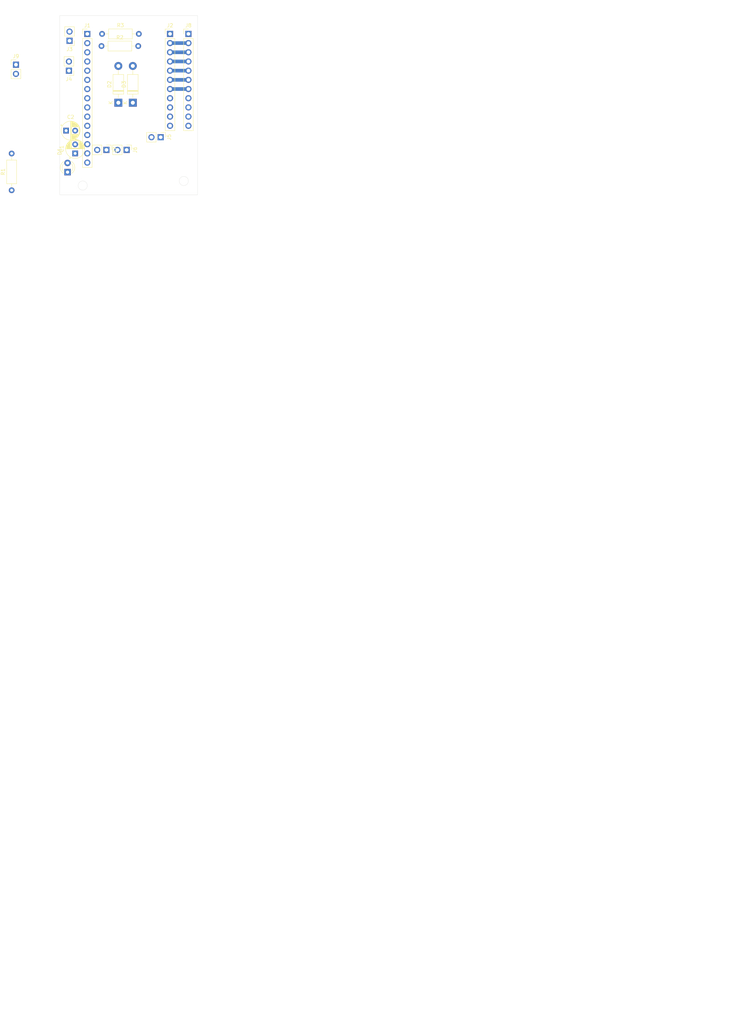
<source format=kicad_pcb>
(kicad_pcb (version 20240108) (generator "pcbnew") (generator_version "8.0")
  (title_block (title "Placa RC Slave Futebol Mini") (date "2024-11-07") (rev "1") (company "UFPA"))
  (layers (0 "F.Cu" signal) (31 "B.Cu" signal) (34 "B.Paste" user) (35 "F.Paste" user) (36 "B.SilkS" user "B.Silkscreen") (37 "F.SilkS" user "F.Silkscreen") (38 "B.Mask" user) (39 "F.Mask" user) (44 "Edge.Cuts" user))
  (net 0 "")
  (net 1 "Net-(D1-K)")
  (net 2 "/VIN")
  (net 3 "GND")
  (net 4 "Net-(D1-A)")
  (net 5 "/D1")
  (net 6 "Net-(D3-A)")
  (net 7 "/H_V")
  (net 10 "/D2")
  (net 14 "Net-(J1-Pin_1)")
  (net 20 "/D6")
  (net 21 "Net-(J2-Pin_5)")
  (net 22 "/D5")
  (net 23 "/VBAT")
  (net 24 "/D8")
  (net 25 "Net-(J2-Pin_6)")
  (net 26 "Net-(J2-Pin_4)")
  (net 28 "/D7")
  (footprint "Diode_THT:D_DO-41_SOD81_P10.16mm_Horizontal" (layer "F.Cu") (at 30.5 34.16 90)
    (property "Reference" "D3" (at 5.08 -2.47 90) (layer "F.SilkS"))
    (property "Value" "1N4004")
    (fp_text user "K" (at 0 -2.1 90) (layer "F.SilkS"))
    (pad "1" thru_hole rect (at 0 0 90) (size 2.2 2.2) (drill 1.1) (layers "*.Cu" "*.Mask" "In1.Cu" "In2.Cu" "In3.Cu" "In4.Cu" "In5.Cu" "In6.Cu" "In7.Cu" "In8.Cu" "In9.Cu" "In10.Cu" "In11.Cu" "In12.Cu" "In13.Cu" "In14.Cu" "In15.Cu" "In16.Cu" "In17.Cu" "In18.Cu" "In19.Cu" "In20.Cu" "In21.Cu" "In22.Cu" "In23.Cu" "In24.Cu" "In25.Cu" "In26.Cu" "In27.Cu" "In28.Cu" "In29.Cu" "In30.Cu") (net 7 "/H_V"))
    (pad "2" thru_hole oval (at 10.16 0 90) (size 2.2 2.2) (drill 1.1) (layers "*.Cu" "*.Mask" "In1.Cu" "In2.Cu" "In3.Cu" "In4.Cu" "In5.Cu" "In6.Cu" "In7.Cu" "In8.Cu" "In9.Cu" "In10.Cu" "In11.Cu" "In12.Cu" "In13.Cu" "In14.Cu" "In15.Cu" "In16.Cu" "In17.Cu" "In18.Cu" "In19.Cu" "In20.Cu" "In21.Cu" "In22.Cu" "In23.Cu" "In24.Cu" "In25.Cu" "In26.Cu" "In27.Cu" "In28.Cu" "In29.Cu" "In30.Cu") (net 6 "Net-(D3-A)"))
  )
  (footprint "Connector_PinHeader_2.54mm:PinHeader_1x11_P2.54mm_Vertical" (layer "F.Cu") (at 40.7924 15.1384)
    (property "Reference" "J2" (at 0 -2.33 0) (layer "F.SilkS"))
    (property "Value" "Conn_01x11_Socket")
    (pad "1" thru_hole rect (at 0 0) (size 1.7 1.7) (drill 1) (layers "*.Cu" "*.Mask" "In1.Cu" "In2.Cu" "In3.Cu" "In4.Cu" "In5.Cu" "In6.Cu" "In7.Cu" "In8.Cu" "In9.Cu" "In10.Cu" "In11.Cu" "In12.Cu" "In13.Cu" "In14.Cu" "In15.Cu" "In16.Cu" "In17.Cu" "In18.Cu" "In19.Cu" "In20.Cu" "In21.Cu" "In22.Cu" "In23.Cu" "In24.Cu" "In25.Cu" "In26.Cu" "In27.Cu" "In28.Cu" "In29.Cu" "In30.Cu"))
    (pad "2" thru_hole oval (at 0 2.54) (size 1.7 1.7) (drill 1) (layers "*.Cu" "*.Mask" "In1.Cu" "In2.Cu" "In3.Cu" "In4.Cu" "In5.Cu" "In6.Cu" "In7.Cu" "In8.Cu" "In9.Cu" "In10.Cu" "In11.Cu" "In12.Cu" "In13.Cu" "In14.Cu" "In15.Cu" "In16.Cu" "In17.Cu" "In18.Cu" "In19.Cu" "In20.Cu" "In21.Cu" "In22.Cu" "In23.Cu" "In24.Cu" "In25.Cu" "In26.Cu" "In27.Cu" "In28.Cu" "In29.Cu" "In30.Cu") (net 5 "/D1"))
    (pad "3" thru_hole oval (at 0 5.08) (size 1.7 1.7) (drill 1) (layers "*.Cu" "*.Mask" "In1.Cu" "In2.Cu" "In3.Cu" "In4.Cu" "In5.Cu" "In6.Cu" "In7.Cu" "In8.Cu" "In9.Cu" "In10.Cu" "In11.Cu" "In12.Cu" "In13.Cu" "In14.Cu" "In15.Cu" "In16.Cu" "In17.Cu" "In18.Cu" "In19.Cu" "In20.Cu" "In21.Cu" "In22.Cu" "In23.Cu" "In24.Cu" "In25.Cu" "In26.Cu" "In27.Cu" "In28.Cu" "In29.Cu" "In30.Cu") (net 10 "/D2"))
    (pad "4" thru_hole oval (at 0 7.62) (size 1.7 1.7) (drill 1) (layers "*.Cu" "*.Mask" "In1.Cu" "In2.Cu" "In3.Cu" "In4.Cu" "In5.Cu" "In6.Cu" "In7.Cu" "In8.Cu" "In9.Cu" "In10.Cu" "In11.Cu" "In12.Cu" "In13.Cu" "In14.Cu" "In15.Cu" "In16.Cu" "In17.Cu" "In18.Cu" "In19.Cu" "In20.Cu" "In21.Cu" "In22.Cu" "In23.Cu" "In24.Cu" "In25.Cu" "In26.Cu" "In27.Cu" "In28.Cu" "In29.Cu" "In30.Cu") (net 26 "Net-(J2-Pin_4)"))
    (pad "5" thru_hole oval (at 0 10.16) (size 1.7 1.7) (drill 1) (layers "*.Cu" "*.Mask" "In1.Cu" "In2.Cu" "In3.Cu" "In4.Cu" "In5.Cu" "In6.Cu" "In7.Cu" "In8.Cu" "In9.Cu" "In10.Cu" "In11.Cu" "In12.Cu" "In13.Cu" "In14.Cu" "In15.Cu" "In16.Cu" "In17.Cu" "In18.Cu" "In19.Cu" "In20.Cu" "In21.Cu" "In22.Cu" "In23.Cu" "In24.Cu" "In25.Cu" "In26.Cu" "In27.Cu" "In28.Cu" "In29.Cu" "In30.Cu") (net 21 "Net-(J2-Pin_5)"))
    (pad "6" thru_hole oval (at 0 12.7) (size 1.7 1.7) (drill 1) (layers "*.Cu" "*.Mask" "In1.Cu" "In2.Cu" "In3.Cu" "In4.Cu" "In5.Cu" "In6.Cu" "In7.Cu" "In8.Cu" "In9.Cu" "In10.Cu" "In11.Cu" "In12.Cu" "In13.Cu" "In14.Cu" "In15.Cu" "In16.Cu" "In17.Cu" "In18.Cu" "In19.Cu" "In20.Cu" "In21.Cu" "In22.Cu" "In23.Cu" "In24.Cu" "In25.Cu" "In26.Cu" "In27.Cu" "In28.Cu" "In29.Cu" "In30.Cu") (net 25 "Net-(J2-Pin_6)"))
    (pad "7" thru_hole oval (at 0 15.24) (size 1.7 1.7) (drill 1) (layers "*.Cu" "*.Mask" "In1.Cu" "In2.Cu" "In3.Cu" "In4.Cu" "In5.Cu" "In6.Cu" "In7.Cu" "In8.Cu" "In9.Cu" "In10.Cu" "In11.Cu" "In12.Cu" "In13.Cu" "In14.Cu" "In15.Cu" "In16.Cu" "In17.Cu" "In18.Cu" "In19.Cu" "In20.Cu" "In21.Cu" "In22.Cu" "In23.Cu" "In24.Cu" "In25.Cu" "In26.Cu" "In27.Cu" "In28.Cu" "In29.Cu" "In30.Cu") (net 3 "GND"))
    (pad "8" thru_hole oval (at 0 17.78) (size 1.7 1.7) (drill 1) (layers "*.Cu" "*.Mask" "In1.Cu" "In2.Cu" "In3.Cu" "In4.Cu" "In5.Cu" "In6.Cu" "In7.Cu" "In8.Cu" "In9.Cu" "In10.Cu" "In11.Cu" "In12.Cu" "In13.Cu" "In14.Cu" "In15.Cu" "In16.Cu" "In17.Cu" "In18.Cu" "In19.Cu" "In20.Cu" "In21.Cu" "In22.Cu" "In23.Cu" "In24.Cu" "In25.Cu" "In26.Cu" "In27.Cu" "In28.Cu" "In29.Cu" "In30.Cu") (net 22 "/D5"))
    (pad "9" thru_hole oval (at 0 20.32) (size 1.7 1.7) (drill 1) (layers "*.Cu" "*.Mask" "In1.Cu" "In2.Cu" "In3.Cu" "In4.Cu" "In5.Cu" "In6.Cu" "In7.Cu" "In8.Cu" "In9.Cu" "In10.Cu" "In11.Cu" "In12.Cu" "In13.Cu" "In14.Cu" "In15.Cu" "In16.Cu" "In17.Cu" "In18.Cu" "In19.Cu" "In20.Cu" "In21.Cu" "In22.Cu" "In23.Cu" "In24.Cu" "In25.Cu" "In26.Cu" "In27.Cu" "In28.Cu" "In29.Cu" "In30.Cu") (net 20 "/D6"))
    (pad "10" thru_hole oval (at 0 22.86) (size 1.7 1.7) (drill 1) (layers "*.Cu" "*.Mask" "In1.Cu" "In2.Cu" "In3.Cu" "In4.Cu" "In5.Cu" "In6.Cu" "In7.Cu" "In8.Cu" "In9.Cu" "In10.Cu" "In11.Cu" "In12.Cu" "In13.Cu" "In14.Cu" "In15.Cu" "In16.Cu" "In17.Cu" "In18.Cu" "In19.Cu" "In20.Cu" "In21.Cu" "In22.Cu" "In23.Cu" "In24.Cu" "In25.Cu" "In26.Cu" "In27.Cu" "In28.Cu" "In29.Cu" "In30.Cu") (net 28 "/D7"))
    (pad "11" thru_hole oval (at 0 25.4) (size 1.7 1.7) (drill 1) (layers "*.Cu" "*.Mask" "In1.Cu" "In2.Cu" "In3.Cu" "In4.Cu" "In5.Cu" "In6.Cu" "In7.Cu" "In8.Cu" "In9.Cu" "In10.Cu" "In11.Cu" "In12.Cu" "In13.Cu" "In14.Cu" "In15.Cu" "In16.Cu" "In17.Cu" "In18.Cu" "In19.Cu" "In20.Cu" "In21.Cu" "In22.Cu" "In23.Cu" "In24.Cu" "In25.Cu" "In26.Cu" "In27.Cu" "In28.Cu" "In29.Cu" "In30.Cu") (net 24 "/D8"))
  )
  (footprint "Connector_PinHeader_2.54mm:PinHeader_1x15_P2.54mm_Vertical" (layer "F.Cu") (at 17.92 15.15)
    (property "Reference" "J1" (at 0 -2.33 0) (layer "F.SilkS"))
    (property "Value" "Conn_01x15_Socket")
    (pad "1" thru_hole rect (at 0 0) (size 1.7 1.7) (drill 1) (layers "*.Cu" "*.Mask" "In1.Cu" "In2.Cu" "In3.Cu" "In4.Cu" "In5.Cu" "In6.Cu" "In7.Cu" "In8.Cu" "In9.Cu" "In10.Cu" "In11.Cu" "In12.Cu" "In13.Cu" "In14.Cu" "In15.Cu" "In16.Cu" "In17.Cu" "In18.Cu" "In19.Cu" "In20.Cu" "In21.Cu" "In22.Cu" "In23.Cu" "In24.Cu" "In25.Cu" "In26.Cu" "In27.Cu" "In28.Cu" "In29.Cu" "In30.Cu") (net 14 "Net-(J1-Pin_1)"))
    (pad "2" thru_hole oval (at 0 2.54) (size 1.7 1.7) (drill 1) (layers "*.Cu" "*.Mask" "In1.Cu" "In2.Cu" "In3.Cu" "In4.Cu" "In5.Cu" "In6.Cu" "In7.Cu" "In8.Cu" "In9.Cu" "In10.Cu" "In11.Cu" "In12.Cu" "In13.Cu" "In14.Cu" "In15.Cu" "In16.Cu" "In17.Cu" "In18.Cu" "In19.Cu" "In20.Cu" "In21.Cu" "In22.Cu" "In23.Cu" "In24.Cu" "In25.Cu" "In26.Cu" "In27.Cu" "In28.Cu" "In29.Cu" "In30.Cu") (net 3 "GND"))
    (pad "3" thru_hole oval (at 0 5.08) (size 1.7 1.7) (drill 1) (layers "*.Cu" "*.Mask" "In1.Cu" "In2.Cu" "In3.Cu" "In4.Cu" "In5.Cu" "In6.Cu" "In7.Cu" "In8.Cu" "In9.Cu" "In10.Cu" "In11.Cu" "In12.Cu" "In13.Cu" "In14.Cu" "In15.Cu" "In16.Cu" "In17.Cu" "In18.Cu" "In19.Cu" "In20.Cu" "In21.Cu" "In22.Cu" "In23.Cu" "In24.Cu" "In25.Cu" "In26.Cu" "In27.Cu" "In28.Cu" "In29.Cu" "In30.Cu"))
    (pad "4" thru_hole oval (at 0 7.62) (size 1.7 1.7) (drill 1) (layers "*.Cu" "*.Mask" "In1.Cu" "In2.Cu" "In3.Cu" "In4.Cu" "In5.Cu" "In6.Cu" "In7.Cu" "In8.Cu" "In9.Cu" "In10.Cu" "In11.Cu" "In12.Cu" "In13.Cu" "In14.Cu" "In15.Cu" "In16.Cu" "In17.Cu" "In18.Cu" "In19.Cu" "In20.Cu" "In21.Cu" "In22.Cu" "In23.Cu" "In24.Cu" "In25.Cu" "In26.Cu" "In27.Cu" "In28.Cu" "In29.Cu" "In30.Cu"))
    (pad "5" thru_hole oval (at 0 10.16) (size 1.7 1.7) (drill 1) (layers "*.Cu" "*.Mask" "In1.Cu" "In2.Cu" "In3.Cu" "In4.Cu" "In5.Cu" "In6.Cu" "In7.Cu" "In8.Cu" "In9.Cu" "In10.Cu" "In11.Cu" "In12.Cu" "In13.Cu" "In14.Cu" "In15.Cu" "In16.Cu" "In17.Cu" "In18.Cu" "In19.Cu" "In20.Cu" "In21.Cu" "In22.Cu" "In23.Cu" "In24.Cu" "In25.Cu" "In26.Cu" "In27.Cu" "In28.Cu" "In29.Cu" "In30.Cu"))
    (pad "6" thru_hole oval (at 0 12.7) (size 1.7 1.7) (drill 1) (layers "*.Cu" "*.Mask" "In1.Cu" "In2.Cu" "In3.Cu" "In4.Cu" "In5.Cu" "In6.Cu" "In7.Cu" "In8.Cu" "In9.Cu" "In10.Cu" "In11.Cu" "In12.Cu" "In13.Cu" "In14.Cu" "In15.Cu" "In16.Cu" "In17.Cu" "In18.Cu" "In19.Cu" "In20.Cu" "In21.Cu" "In22.Cu" "In23.Cu" "In24.Cu" "In25.Cu" "In26.Cu" "In27.Cu" "In28.Cu" "In29.Cu" "In30.Cu"))
    (pad "7" thru_hole oval (at 0 15.24) (size 1.7 1.7) (drill 1) (layers "*.Cu" "*.Mask" "In1.Cu" "In2.Cu" "In3.Cu" "In4.Cu" "In5.Cu" "In6.Cu" "In7.Cu" "In8.Cu" "In9.Cu" "In10.Cu" "In11.Cu" "In12.Cu" "In13.Cu" "In14.Cu" "In15.Cu" "In16.Cu" "In17.Cu" "In18.Cu" "In19.Cu" "In20.Cu" "In21.Cu" "In22.Cu" "In23.Cu" "In24.Cu" "In25.Cu" "In26.Cu" "In27.Cu" "In28.Cu" "In29.Cu" "In30.Cu"))
    (pad "8" thru_hole oval (at 0 17.78) (size 1.7 1.7) (drill 1) (layers "*.Cu" "*.Mask" "In1.Cu" "In2.Cu" "In3.Cu" "In4.Cu" "In5.Cu" "In6.Cu" "In7.Cu" "In8.Cu" "In9.Cu" "In10.Cu" "In11.Cu" "In12.Cu" "In13.Cu" "In14.Cu" "In15.Cu" "In16.Cu" "In17.Cu" "In18.Cu" "In19.Cu" "In20.Cu" "In21.Cu" "In22.Cu" "In23.Cu" "In24.Cu" "In25.Cu" "In26.Cu" "In27.Cu" "In28.Cu" "In29.Cu" "In30.Cu"))
    (pad "9" thru_hole oval (at 0 20.32) (size 1.7 1.7) (drill 1) (layers "*.Cu" "*.Mask" "In1.Cu" "In2.Cu" "In3.Cu" "In4.Cu" "In5.Cu" "In6.Cu" "In7.Cu" "In8.Cu" "In9.Cu" "In10.Cu" "In11.Cu" "In12.Cu" "In13.Cu" "In14.Cu" "In15.Cu" "In16.Cu" "In17.Cu" "In18.Cu" "In19.Cu" "In20.Cu" "In21.Cu" "In22.Cu" "In23.Cu" "In24.Cu" "In25.Cu" "In26.Cu" "In27.Cu" "In28.Cu" "In29.Cu" "In30.Cu"))
    (pad "10" thru_hole oval (at 0 22.86) (size 1.7 1.7) (drill 1) (layers "*.Cu" "*.Mask" "In1.Cu" "In2.Cu" "In3.Cu" "In4.Cu" "In5.Cu" "In6.Cu" "In7.Cu" "In8.Cu" "In9.Cu" "In10.Cu" "In11.Cu" "In12.Cu" "In13.Cu" "In14.Cu" "In15.Cu" "In16.Cu" "In17.Cu" "In18.Cu" "In19.Cu" "In20.Cu" "In21.Cu" "In22.Cu" "In23.Cu" "In24.Cu" "In25.Cu" "In26.Cu" "In27.Cu" "In28.Cu" "In29.Cu" "In30.Cu") (net 3 "GND"))
    (pad "11" thru_hole oval (at 0 25.4) (size 1.7 1.7) (drill 1) (layers "*.Cu" "*.Mask" "In1.Cu" "In2.Cu" "In3.Cu" "In4.Cu" "In5.Cu" "In6.Cu" "In7.Cu" "In8.Cu" "In9.Cu" "In10.Cu" "In11.Cu" "In12.Cu" "In13.Cu" "In14.Cu" "In15.Cu" "In16.Cu" "In17.Cu" "In18.Cu" "In19.Cu" "In20.Cu" "In21.Cu" "In22.Cu" "In23.Cu" "In24.Cu" "In25.Cu" "In26.Cu" "In27.Cu" "In28.Cu" "In29.Cu" "In30.Cu"))
    (pad "12" thru_hole oval (at 0 27.94) (size 1.7 1.7) (drill 1) (layers "*.Cu" "*.Mask" "In1.Cu" "In2.Cu" "In3.Cu" "In4.Cu" "In5.Cu" "In6.Cu" "In7.Cu" "In8.Cu" "In9.Cu" "In10.Cu" "In11.Cu" "In12.Cu" "In13.Cu" "In14.Cu" "In15.Cu" "In16.Cu" "In17.Cu" "In18.Cu" "In19.Cu" "In20.Cu" "In21.Cu" "In22.Cu" "In23.Cu" "In24.Cu" "In25.Cu" "In26.Cu" "In27.Cu" "In28.Cu" "In29.Cu" "In30.Cu"))
    (pad "13" thru_hole oval (at 0 30.48) (size 1.7 1.7) (drill 1) (layers "*.Cu" "*.Mask" "In1.Cu" "In2.Cu" "In3.Cu" "In4.Cu" "In5.Cu" "In6.Cu" "In7.Cu" "In8.Cu" "In9.Cu" "In10.Cu" "In11.Cu" "In12.Cu" "In13.Cu" "In14.Cu" "In15.Cu" "In16.Cu" "In17.Cu" "In18.Cu" "In19.Cu" "In20.Cu" "In21.Cu" "In22.Cu" "In23.Cu" "In24.Cu" "In25.Cu" "In26.Cu" "In27.Cu" "In28.Cu" "In29.Cu" "In30.Cu"))
    (pad "14" thru_hole oval (at 0 33.02) (size 1.7 1.7) (drill 1) (layers "*.Cu" "*.Mask" "In1.Cu" "In2.Cu" "In3.Cu" "In4.Cu" "In5.Cu" "In6.Cu" "In7.Cu" "In8.Cu" "In9.Cu" "In10.Cu" "In11.Cu" "In12.Cu" "In13.Cu" "In14.Cu" "In15.Cu" "In16.Cu" "In17.Cu" "In18.Cu" "In19.Cu" "In20.Cu" "In21.Cu" "In22.Cu" "In23.Cu" "In24.Cu" "In25.Cu" "In26.Cu" "In27.Cu" "In28.Cu" "In29.Cu" "In30.Cu") (net 3 "GND"))
    (pad "15" thru_hole oval (at 0 35.56) (size 1.7 1.7) (drill 1) (layers "*.Cu" "*.Mask" "In1.Cu" "In2.Cu" "In3.Cu" "In4.Cu" "In5.Cu" "In6.Cu" "In7.Cu" "In8.Cu" "In9.Cu" "In10.Cu" "In11.Cu" "In12.Cu" "In13.Cu" "In14.Cu" "In15.Cu" "In16.Cu" "In17.Cu" "In18.Cu" "In19.Cu" "In20.Cu" "In21.Cu" "In22.Cu" "In23.Cu" "In24.Cu" "In25.Cu" "In26.Cu" "In27.Cu" "In28.Cu" "In29.Cu" "In30.Cu") (net 4 "Net-(D1-A)"))
  )
  (footprint "Connector_PinHeader_2.54mm:PinHeader_1x02_P2.54mm_Vertical" (layer "F.Cu") (at 12.84 25.31 180)
    (property "Reference" "J4" (at 0 -2.33 0) (layer "F.SilkS"))
    (property "Value" "PWR_SW")
    (pad "1" thru_hole rect (at 0 0 180) (size 1.7 1.7) (drill 1) (layers "*.Cu" "*.Mask" "In1.Cu" "In2.Cu" "In3.Cu" "In4.Cu" "In5.Cu" "In6.Cu" "In7.Cu" "In8.Cu" "In9.Cu" "In10.Cu" "In11.Cu" "In12.Cu" "In13.Cu" "In14.Cu" "In15.Cu" "In16.Cu" "In17.Cu" "In18.Cu" "In19.Cu" "In20.Cu" "In21.Cu" "In22.Cu" "In23.Cu" "In24.Cu" "In25.Cu" "In26.Cu" "In27.Cu" "In28.Cu" "In29.Cu" "In30.Cu") (net 2 "/VIN"))
    (pad "2" thru_hole oval (at 0 2.54 180) (size 1.7 1.7) (drill 1) (layers "*.Cu" "*.Mask" "In1.Cu" "In2.Cu" "In3.Cu" "In4.Cu" "In5.Cu" "In6.Cu" "In7.Cu" "In8.Cu" "In9.Cu" "In10.Cu" "In11.Cu" "In12.Cu" "In13.Cu" "In14.Cu" "In15.Cu" "In16.Cu" "In17.Cu" "In18.Cu" "In19.Cu" "In20.Cu" "In21.Cu" "In22.Cu" "In23.Cu" "In24.Cu" "In25.Cu" "In26.Cu" "In27.Cu" "In28.Cu" "In29.Cu" "In30.Cu") (net 23 "/VBAT"))
  )
  (footprint "Connector_PinHeader_2.54mm:PinHeader_1x11_P2.54mm_Vertical" (layer "F.Cu") (at 45.8724 15.1384)
    (property "Reference" "J8" (at 0 -2.33 0) (layer "F.SilkS"))
    (property "Value" "Conn_01x11_Socket")
    (pad "1" thru_hole rect (at 0 0) (size 1.7 1.7) (drill 1) (layers "*.Cu" "*.Mask" "In1.Cu" "In2.Cu" "In3.Cu" "In4.Cu" "In5.Cu" "In6.Cu" "In7.Cu" "In8.Cu" "In9.Cu" "In10.Cu" "In11.Cu" "In12.Cu" "In13.Cu" "In14.Cu" "In15.Cu" "In16.Cu" "In17.Cu" "In18.Cu" "In19.Cu" "In20.Cu" "In21.Cu" "In22.Cu" "In23.Cu" "In24.Cu" "In25.Cu" "In26.Cu" "In27.Cu" "In28.Cu" "In29.Cu" "In30.Cu"))
    (pad "2" thru_hole oval (at 0 2.54) (size 1.7 1.7) (drill 1) (layers "*.Cu" "*.Mask" "In1.Cu" "In2.Cu" "In3.Cu" "In4.Cu" "In5.Cu" "In6.Cu" "In7.Cu" "In8.Cu" "In9.Cu" "In10.Cu" "In11.Cu" "In12.Cu" "In13.Cu" "In14.Cu" "In15.Cu" "In16.Cu" "In17.Cu" "In18.Cu" "In19.Cu" "In20.Cu" "In21.Cu" "In22.Cu" "In23.Cu" "In24.Cu" "In25.Cu" "In26.Cu" "In27.Cu" "In28.Cu" "In29.Cu" "In30.Cu") (net 5 "/D1"))
    (pad "3" thru_hole oval (at 0 5.08) (size 1.7 1.7) (drill 1) (layers "*.Cu" "*.Mask" "In1.Cu" "In2.Cu" "In3.Cu" "In4.Cu" "In5.Cu" "In6.Cu" "In7.Cu" "In8.Cu" "In9.Cu" "In10.Cu" "In11.Cu" "In12.Cu" "In13.Cu" "In14.Cu" "In15.Cu" "In16.Cu" "In17.Cu" "In18.Cu" "In19.Cu" "In20.Cu" "In21.Cu" "In22.Cu" "In23.Cu" "In24.Cu" "In25.Cu" "In26.Cu" "In27.Cu" "In28.Cu" "In29.Cu" "In30.Cu") (net 10 "/D2"))
    (pad "4" thru_hole oval (at 0 7.62) (size 1.7 1.7) (drill 1) (layers "*.Cu" "*.Mask" "In1.Cu" "In2.Cu" "In3.Cu" "In4.Cu" "In5.Cu" "In6.Cu" "In7.Cu" "In8.Cu" "In9.Cu" "In10.Cu" "In11.Cu" "In12.Cu" "In13.Cu" "In14.Cu" "In15.Cu" "In16.Cu" "In17.Cu" "In18.Cu" "In19.Cu" "In20.Cu" "In21.Cu" "In22.Cu" "In23.Cu" "In24.Cu" "In25.Cu" "In26.Cu" "In27.Cu" "In28.Cu" "In29.Cu" "In30.Cu") (net 26 "Net-(J2-Pin_4)"))
    (pad "5" thru_hole oval (at 0 10.16) (size 1.7 1.7) (drill 1) (layers "*.Cu" "*.Mask" "In1.Cu" "In2.Cu" "In3.Cu" "In4.Cu" "In5.Cu" "In6.Cu" "In7.Cu" "In8.Cu" "In9.Cu" "In10.Cu" "In11.Cu" "In12.Cu" "In13.Cu" "In14.Cu" "In15.Cu" "In16.Cu" "In17.Cu" "In18.Cu" "In19.Cu" "In20.Cu" "In21.Cu" "In22.Cu" "In23.Cu" "In24.Cu" "In25.Cu" "In26.Cu" "In27.Cu" "In28.Cu" "In29.Cu" "In30.Cu") (net 21 "Net-(J2-Pin_5)"))
    (pad "6" thru_hole oval (at 0 12.7) (size 1.7 1.7) (drill 1) (layers "*.Cu" "*.Mask" "In1.Cu" "In2.Cu" "In3.Cu" "In4.Cu" "In5.Cu" "In6.Cu" "In7.Cu" "In8.Cu" "In9.Cu" "In10.Cu" "In11.Cu" "In12.Cu" "In13.Cu" "In14.Cu" "In15.Cu" "In16.Cu" "In17.Cu" "In18.Cu" "In19.Cu" "In20.Cu" "In21.Cu" "In22.Cu" "In23.Cu" "In24.Cu" "In25.Cu" "In26.Cu" "In27.Cu" "In28.Cu" "In29.Cu" "In30.Cu") (net 25 "Net-(J2-Pin_6)"))
    (pad "7" thru_hole oval (at 0 15.24) (size 1.7 1.7) (drill 1) (layers "*.Cu" "*.Mask" "In1.Cu" "In2.Cu" "In3.Cu" "In4.Cu" "In5.Cu" "In6.Cu" "In7.Cu" "In8.Cu" "In9.Cu" "In10.Cu" "In11.Cu" "In12.Cu" "In13.Cu" "In14.Cu" "In15.Cu" "In16.Cu" "In17.Cu" "In18.Cu" "In19.Cu" "In20.Cu" "In21.Cu" "In22.Cu" "In23.Cu" "In24.Cu" "In25.Cu" "In26.Cu" "In27.Cu" "In28.Cu" "In29.Cu" "In30.Cu") (net 3 "GND"))
    (pad "8" thru_hole oval (at 0 17.78) (size 1.7 1.7) (drill 1) (layers "*.Cu" "*.Mask" "In1.Cu" "In2.Cu" "In3.Cu" "In4.Cu" "In5.Cu" "In6.Cu" "In7.Cu" "In8.Cu" "In9.Cu" "In10.Cu" "In11.Cu" "In12.Cu" "In13.Cu" "In14.Cu" "In15.Cu" "In16.Cu" "In17.Cu" "In18.Cu" "In19.Cu" "In20.Cu" "In21.Cu" "In22.Cu" "In23.Cu" "In24.Cu" "In25.Cu" "In26.Cu" "In27.Cu" "In28.Cu" "In29.Cu" "In30.Cu") (net 22 "/D5"))
    (pad "9" thru_hole oval (at 0 20.32) (size 1.7 1.7) (drill 1) (layers "*.Cu" "*.Mask" "In1.Cu" "In2.Cu" "In3.Cu" "In4.Cu" "In5.Cu" "In6.Cu" "In7.Cu" "In8.Cu" "In9.Cu" "In10.Cu" "In11.Cu" "In12.Cu" "In13.Cu" "In14.Cu" "In15.Cu" "In16.Cu" "In17.Cu" "In18.Cu" "In19.Cu" "In20.Cu" "In21.Cu" "In22.Cu" "In23.Cu" "In24.Cu" "In25.Cu" "In26.Cu" "In27.Cu" "In28.Cu" "In29.Cu" "In30.Cu") (net 20 "/D6"))
    (pad "10" thru_hole oval (at 0 22.86) (size 1.7 1.7) (drill 1) (layers "*.Cu" "*.Mask" "In1.Cu" "In2.Cu" "In3.Cu" "In4.Cu" "In5.Cu" "In6.Cu" "In7.Cu" "In8.Cu" "In9.Cu" "In10.Cu" "In11.Cu" "In12.Cu" "In13.Cu" "In14.Cu" "In15.Cu" "In16.Cu" "In17.Cu" "In18.Cu" "In19.Cu" "In20.Cu" "In21.Cu" "In22.Cu" "In23.Cu" "In24.Cu" "In25.Cu" "In26.Cu" "In27.Cu" "In28.Cu" "In29.Cu" "In30.Cu") (net 28 "/D7"))
    (pad "11" thru_hole oval (at 0 25.4) (size 1.7 1.7) (drill 1) (layers "*.Cu" "*.Mask" "In1.Cu" "In2.Cu" "In3.Cu" "In4.Cu" "In5.Cu" "In6.Cu" "In7.Cu" "In8.Cu" "In9.Cu" "In10.Cu" "In11.Cu" "In12.Cu" "In13.Cu" "In14.Cu" "In15.Cu" "In16.Cu" "In17.Cu" "In18.Cu" "In19.Cu" "In20.Cu" "In21.Cu" "In22.Cu" "In23.Cu" "In24.Cu" "In25.Cu" "In26.Cu" "In27.Cu" "In28.Cu" "In29.Cu" "In30.Cu") (net 24 "/D8"))
  )
  (footprint "Resistor_THT:R_Axial_DIN0207_L6.3mm_D2.5mm_P10.16mm_Horizontal" (layer "F.Cu") (at -3 58.36 90)
    (property "Reference" "R1" (at 5.08 -2.37 90) (layer "F.SilkS"))
    (property "Value" "2k")
    (pad "1" thru_hole circle (at 0 0 90) (size 1.6 1.6) (drill 0.8) (layers "*.Cu" "*.Mask" "In1.Cu" "In2.Cu" "In3.Cu" "In4.Cu" "In5.Cu" "In6.Cu" "In7.Cu" "In8.Cu" "In9.Cu" "In10.Cu" "In11.Cu" "In12.Cu" "In13.Cu" "In14.Cu" "In15.Cu" "In16.Cu" "In17.Cu" "In18.Cu" "In19.Cu" "In20.Cu" "In21.Cu" "In22.Cu" "In23.Cu" "In24.Cu" "In25.Cu" "In26.Cu" "In27.Cu" "In28.Cu" "In29.Cu" "In30.Cu") (net 1 "Net-(D1-K)"))
    (pad "2" thru_hole oval (at 10.16 0 90) (size 1.6 1.6) (drill 0.8) (layers "*.Cu" "*.Mask" "In1.Cu" "In2.Cu" "In3.Cu" "In4.Cu" "In5.Cu" "In6.Cu" "In7.Cu" "In8.Cu" "In9.Cu" "In10.Cu" "In11.Cu" "In12.Cu" "In13.Cu" "In14.Cu" "In15.Cu" "In16.Cu" "In17.Cu" "In18.Cu" "In19.Cu" "In20.Cu" "In21.Cu" "In22.Cu" "In23.Cu" "In24.Cu" "In25.Cu" "In26.Cu" "In27.Cu" "In28.Cu" "In29.Cu" "In30.Cu") (net 3 "GND"))
  )
  (footprint "Resistor_THT:R_Axial_DIN0207_L6.3mm_D2.5mm_P10.16mm_Horizontal" (layer "F.Cu") (at 22 15.1384)
    (property "Reference" "R3" (at 5.08 -2.37 0) (layer "F.SilkS"))
    (property "Value" "10k")
    (pad "1" thru_hole circle (at 0 0) (size 1.6 1.6) (drill 0.8) (layers "*.Cu" "*.Mask" "In1.Cu" "In2.Cu" "In3.Cu" "In4.Cu" "In5.Cu" "In6.Cu" "In7.Cu" "In8.Cu" "In9.Cu" "In10.Cu" "In11.Cu" "In12.Cu" "In13.Cu" "In14.Cu" "In15.Cu" "In16.Cu" "In17.Cu" "In18.Cu" "In19.Cu" "In20.Cu" "In21.Cu" "In22.Cu" "In23.Cu" "In24.Cu" "In25.Cu" "In26.Cu" "In27.Cu" "In28.Cu" "In29.Cu" "In30.Cu") (net 14 "Net-(J1-Pin_1)"))
    (pad "2" thru_hole oval (at 10.16 0) (size 1.6 1.6) (drill 0.8) (layers "*.Cu" "*.Mask" "In1.Cu" "In2.Cu" "In3.Cu" "In4.Cu" "In5.Cu" "In6.Cu" "In7.Cu" "In8.Cu" "In9.Cu" "In10.Cu" "In11.Cu" "In12.Cu" "In13.Cu" "In14.Cu" "In15.Cu" "In16.Cu" "In17.Cu" "In18.Cu" "In19.Cu" "In20.Cu" "In21.Cu" "In22.Cu" "In23.Cu" "In24.Cu" "In25.Cu" "In26.Cu" "In27.Cu" "In28.Cu" "In29.Cu" "In30.Cu") (net 3 "GND"))
  )
  (footprint "Diode_THT:D_DO-41_SOD81_P10.16mm_Horizontal" (layer "F.Cu") (at 26.5 34.16 90)
    (property "Reference" "D2" (at 5.08 -2.47 90) (layer "F.SilkS"))
    (property "Value" "1N4004")
    (fp_text user "K" (at 0 -2.1 90) (layer "F.SilkS"))
    (pad "1" thru_hole rect (at 0 0 90) (size 2.2 2.2) (drill 1.1) (layers "*.Cu" "*.Mask" "In1.Cu" "In2.Cu" "In3.Cu" "In4.Cu" "In5.Cu" "In6.Cu" "In7.Cu" "In8.Cu" "In9.Cu" "In10.Cu" "In11.Cu" "In12.Cu" "In13.Cu" "In14.Cu" "In15.Cu" "In16.Cu" "In17.Cu" "In18.Cu" "In19.Cu" "In20.Cu" "In21.Cu" "In22.Cu" "In23.Cu" "In24.Cu" "In25.Cu" "In26.Cu" "In27.Cu" "In28.Cu" "In29.Cu" "In30.Cu") (net 4 "Net-(D1-A)"))
    (pad "2" thru_hole oval (at 10.16 0 90) (size 2.2 2.2) (drill 1.1) (layers "*.Cu" "*.Mask" "In1.Cu" "In2.Cu" "In3.Cu" "In4.Cu" "In5.Cu" "In6.Cu" "In7.Cu" "In8.Cu" "In9.Cu" "In10.Cu" "In11.Cu" "In12.Cu" "In13.Cu" "In14.Cu" "In15.Cu" "In16.Cu" "In17.Cu" "In18.Cu" "In19.Cu" "In20.Cu" "In21.Cu" "In22.Cu" "In23.Cu" "In24.Cu" "In25.Cu" "In26.Cu" "In27.Cu" "In28.Cu" "In29.Cu" "In30.Cu") (net 2 "/VIN"))
  )
  (footprint "Connector_PinHeader_2.54mm:PinHeader_1x02_P2.54mm_Vertical" (layer "F.Cu") (at 38.2 43.7 -90)
    (property "Reference" "J5" (at 0 -2.33 -90) (layer "F.SilkS"))
    (property "Value" "H-PWR")
    (pad "1" thru_hole rect (at 0 0 270) (size 1.7 1.7) (drill 1) (layers "*.Cu" "*.Mask" "In1.Cu" "In2.Cu" "In3.Cu" "In4.Cu" "In5.Cu" "In6.Cu" "In7.Cu" "In8.Cu" "In9.Cu" "In10.Cu" "In11.Cu" "In12.Cu" "In13.Cu" "In14.Cu" "In15.Cu" "In16.Cu" "In17.Cu" "In18.Cu" "In19.Cu" "In20.Cu" "In21.Cu" "In22.Cu" "In23.Cu" "In24.Cu" "In25.Cu" "In26.Cu" "In27.Cu" "In28.Cu" "In29.Cu" "In30.Cu") (net 7 "/H_V"))
    (pad "2" thru_hole oval (at 0 2.54 270) (size 1.7 1.7) (drill 1) (layers "*.Cu" "*.Mask" "In1.Cu" "In2.Cu" "In3.Cu" "In4.Cu" "In5.Cu" "In6.Cu" "In7.Cu" "In8.Cu" "In9.Cu" "In10.Cu" "In11.Cu" "In12.Cu" "In13.Cu" "In14.Cu" "In15.Cu" "In16.Cu" "In17.Cu" "In18.Cu" "In19.Cu" "In20.Cu" "In21.Cu" "In22.Cu" "In23.Cu" "In24.Cu" "In25.Cu" "In26.Cu" "In27.Cu" "In28.Cu" "In29.Cu" "In30.Cu") (net 3 "GND"))
  )
  (footprint "Connector_PinHeader_2.54mm:PinHeader_1x02_P2.54mm_Vertical" (layer "F.Cu") (at 13 17.04 180)
    (property "Reference" "J3" (at 0 -2.33 0) (layer "F.SilkS"))
    (property "Value" "BAT")
    (pad "1" thru_hole rect (at 0 0 180) (size 1.7 1.7) (drill 1) (layers "*.Cu" "*.Mask" "In1.Cu" "In2.Cu" "In3.Cu" "In4.Cu" "In5.Cu" "In6.Cu" "In7.Cu" "In8.Cu" "In9.Cu" "In10.Cu" "In11.Cu" "In12.Cu" "In13.Cu" "In14.Cu" "In15.Cu" "In16.Cu" "In17.Cu" "In18.Cu" "In19.Cu" "In20.Cu" "In21.Cu" "In22.Cu" "In23.Cu" "In24.Cu" "In25.Cu" "In26.Cu" "In27.Cu" "In28.Cu" "In29.Cu" "In30.Cu") (net 23 "/VBAT"))
    (pad "2" thru_hole oval (at 0 2.54 180) (size 1.7 1.7) (drill 1) (layers "*.Cu" "*.Mask" "In1.Cu" "In2.Cu" "In3.Cu" "In4.Cu" "In5.Cu" "In6.Cu" "In7.Cu" "In8.Cu" "In9.Cu" "In10.Cu" "In11.Cu" "In12.Cu" "In13.Cu" "In14.Cu" "In15.Cu" "In16.Cu" "In17.Cu" "In18.Cu" "In19.Cu" "In20.Cu" "In21.Cu" "In22.Cu" "In23.Cu" "In24.Cu" "In25.Cu" "In26.Cu" "In27.Cu" "In28.Cu" "In29.Cu" "In30.Cu") (net 3 "GND"))
  )
  (footprint "LED_THT:LED_D3.0mm" (layer "F.Cu") (at 12.46 53.345 90)
    (property "Reference" "D1" (at 5.675 -2.2 90) (layer "F.SilkS"))
    (property "Value" "LED")
    (pad "1" thru_hole rect (at 0 0 90) (size 1.8 1.8) (drill 0.9) (layers "*.Cu" "*.Mask" "In1.Cu" "In2.Cu" "In3.Cu" "In4.Cu" "In5.Cu" "In6.Cu" "In7.Cu" "In8.Cu" "In9.Cu" "In10.Cu" "In11.Cu" "In12.Cu" "In13.Cu" "In14.Cu" "In15.Cu" "In16.Cu" "In17.Cu" "In18.Cu" "In19.Cu" "In20.Cu" "In21.Cu" "In22.Cu" "In23.Cu" "In24.Cu" "In25.Cu" "In26.Cu" "In27.Cu" "In28.Cu" "In29.Cu" "In30.Cu") (net 1 "Net-(D1-K)"))
    (pad "2" thru_hole circle (at 2.54 0 90) (size 1.8 1.8) (drill 0.9) (layers "*.Cu" "*.Mask" "In1.Cu" "In2.Cu" "In3.Cu" "In4.Cu" "In5.Cu" "In6.Cu" "In7.Cu" "In8.Cu" "In9.Cu" "In10.Cu" "In11.Cu" "In12.Cu" "In13.Cu" "In14.Cu" "In15.Cu" "In16.Cu" "In17.Cu" "In18.Cu" "In19.Cu" "In20.Cu" "In21.Cu" "In22.Cu" "In23.Cu" "In24.Cu" "In25.Cu" "In26.Cu" "In27.Cu" "In28.Cu" "In29.Cu" "In30.Cu") (net 4 "Net-(D1-A)"))
  )
  (footprint "Capacitor_THT:CP_Radial_D5.0mm_P2.50mm" (layer "F.Cu") (at 14.56 48.175113 90)
    (property "Reference" "C1" (at 1.25 -3.75 90) (layer "F.SilkS"))
    (property "Value" "100n")
    (pad "1" thru_hole rect (at 0 0 90) (size 1.6 1.6) (drill 0.8) (layers "*.Cu" "*.Mask" "In1.Cu" "In2.Cu" "In3.Cu" "In4.Cu" "In5.Cu" "In6.Cu" "In7.Cu" "In8.Cu" "In9.Cu" "In10.Cu" "In11.Cu" "In12.Cu" "In13.Cu" "In14.Cu" "In15.Cu" "In16.Cu" "In17.Cu" "In18.Cu" "In19.Cu" "In20.Cu" "In21.Cu" "In22.Cu" "In23.Cu" "In24.Cu" "In25.Cu" "In26.Cu" "In27.Cu" "In28.Cu" "In29.Cu" "In30.Cu") (net 4 "Net-(D1-A)"))
    (pad "2" thru_hole circle (at 2.5 0 90) (size 1.6 1.6) (drill 0.8) (layers "*.Cu" "*.Mask" "In1.Cu" "In2.Cu" "In3.Cu" "In4.Cu" "In5.Cu" "In6.Cu" "In7.Cu" "In8.Cu" "In9.Cu" "In10.Cu" "In11.Cu" "In12.Cu" "In13.Cu" "In14.Cu" "In15.Cu" "In16.Cu" "In17.Cu" "In18.Cu" "In19.Cu" "In20.Cu" "In21.Cu" "In22.Cu" "In23.Cu" "In24.Cu" "In25.Cu" "In26.Cu" "In27.Cu" "In28.Cu" "In29.Cu" "In30.Cu") (net 3 "GND"))
  )
  (footprint "Connector_PinHeader_2.54mm:PinHeader_1x02_P2.54mm_Vertical" (layer "F.Cu") (at -1.81 23.65)
    (property "Reference" "J9" (at 0 -2.33 0) (layer "F.SilkS"))
    (property "Value" "H_SW")
    (pad "1" thru_hole rect (at 0 0) (size 1.7 1.7) (drill 1) (layers "*.Cu" "*.Mask" "In1.Cu" "In2.Cu" "In3.Cu" "In4.Cu" "In5.Cu" "In6.Cu" "In7.Cu" "In8.Cu" "In9.Cu" "In10.Cu" "In11.Cu" "In12.Cu" "In13.Cu" "In14.Cu" "In15.Cu" "In16.Cu" "In17.Cu" "In18.Cu" "In19.Cu" "In20.Cu" "In21.Cu" "In22.Cu" "In23.Cu" "In24.Cu" "In25.Cu" "In26.Cu" "In27.Cu" "In28.Cu" "In29.Cu" "In30.Cu") (net 6 "Net-(D3-A)"))
    (pad "2" thru_hole oval (at 0 2.54) (size 1.7 1.7) (drill 1) (layers "*.Cu" "*.Mask" "In1.Cu" "In2.Cu" "In3.Cu" "In4.Cu" "In5.Cu" "In6.Cu" "In7.Cu" "In8.Cu" "In9.Cu" "In10.Cu" "In11.Cu" "In12.Cu" "In13.Cu" "In14.Cu" "In15.Cu" "In16.Cu" "In17.Cu" "In18.Cu" "In19.Cu" "In20.Cu" "In21.Cu" "In22.Cu" "In23.Cu" "In24.Cu" "In25.Cu" "In26.Cu" "In27.Cu" "In28.Cu" "In29.Cu" "In30.Cu") (net 2 "/VIN"))
  )
  (footprint "Resistor_THT:R_Axial_DIN0207_L6.3mm_D2.5mm_P10.16mm_Horizontal" (layer "F.Cu") (at 21.84 18.5)
    (property "Reference" "R2" (at 5.08 -2.37 0) (layer "F.SilkS"))
    (property "Value" "20k")
    (pad "1" thru_hole circle (at 0 0) (size 1.6 1.6) (drill 0.8) (layers "*.Cu" "*.Mask" "In1.Cu" "In2.Cu" "In3.Cu" "In4.Cu" "In5.Cu" "In6.Cu" "In7.Cu" "In8.Cu" "In9.Cu" "In10.Cu" "In11.Cu" "In12.Cu" "In13.Cu" "In14.Cu" "In15.Cu" "In16.Cu" "In17.Cu" "In18.Cu" "In19.Cu" "In20.Cu" "In21.Cu" "In22.Cu" "In23.Cu" "In24.Cu" "In25.Cu" "In26.Cu" "In27.Cu" "In28.Cu" "In29.Cu" "In30.Cu") (net 14 "Net-(J1-Pin_1)"))
    (pad "2" thru_hole oval (at 10.16 0) (size 1.6 1.6) (drill 0.8) (layers "*.Cu" "*.Mask" "In1.Cu" "In2.Cu" "In3.Cu" "In4.Cu" "In5.Cu" "In6.Cu" "In7.Cu" "In8.Cu" "In9.Cu" "In10.Cu" "In11.Cu" "In12.Cu" "In13.Cu" "In14.Cu" "In15.Cu" "In16.Cu" "In17.Cu" "In18.Cu" "In19.Cu" "In20.Cu" "In21.Cu" "In22.Cu" "In23.Cu" "In24.Cu" "In25.Cu" "In26.Cu" "In27.Cu" "In28.Cu" "In29.Cu" "In30.Cu") (net 4 "Net-(D1-A)"))
  )
  (footprint "Connector_PinHeader_2.54mm:PinHeader_1x02_P2.54mm_Vertical" (layer "F.Cu") (at 23.2 47.2 -90)
    (property "Reference" "J7" (at 0 -2.33 -90) (layer "F.SilkS"))
    (property "Value" "H-MOTORB")
    (pad "1" thru_hole rect (at 0 0 270) (size 1.7 1.7) (drill 1) (layers "*.Cu" "*.Mask" "In1.Cu" "In2.Cu" "In3.Cu" "In4.Cu" "In5.Cu" "In6.Cu" "In7.Cu" "In8.Cu" "In9.Cu" "In10.Cu" "In11.Cu" "In12.Cu" "In13.Cu" "In14.Cu" "In15.Cu" "In16.Cu" "In17.Cu" "In18.Cu" "In19.Cu" "In20.Cu" "In21.Cu" "In22.Cu" "In23.Cu" "In24.Cu" "In25.Cu" "In26.Cu" "In27.Cu" "In28.Cu" "In29.Cu" "In30.Cu") (net 22 "/D5"))
    (pad "2" thru_hole oval (at 0 2.54 270) (size 1.7 1.7) (drill 1) (layers "*.Cu" "*.Mask" "In1.Cu" "In2.Cu" "In3.Cu" "In4.Cu" "In5.Cu" "In6.Cu" "In7.Cu" "In8.Cu" "In9.Cu" "In10.Cu" "In11.Cu" "In12.Cu" "In13.Cu" "In14.Cu" "In15.Cu" "In16.Cu" "In17.Cu" "In18.Cu" "In19.Cu" "In20.Cu" "In21.Cu" "In22.Cu" "In23.Cu" "In24.Cu" "In25.Cu" "In26.Cu" "In27.Cu" "In28.Cu" "In29.Cu" "In30.Cu") (net 20 "/D6"))
  )
  (footprint "Connector_PinHeader_2.54mm:PinHeader_1x02_P2.54mm_Vertical" (layer "F.Cu") (at 28.8 47.2 -90)
    (property "Reference" "J6" (at 0 -2.33 -90) (layer "F.SilkS"))
    (property "Value" "H-MOTORA")
    (pad "1" thru_hole rect (at 0 0 270) (size 1.7 1.7) (drill 1) (layers "*.Cu" "*.Mask" "In1.Cu" "In2.Cu" "In3.Cu" "In4.Cu" "In5.Cu" "In6.Cu" "In7.Cu" "In8.Cu" "In9.Cu" "In10.Cu" "In11.Cu" "In12.Cu" "In13.Cu" "In14.Cu" "In15.Cu" "In16.Cu" "In17.Cu" "In18.Cu" "In19.Cu" "In20.Cu" "In21.Cu" "In22.Cu" "In23.Cu" "In24.Cu" "In25.Cu" "In26.Cu" "In27.Cu" "In28.Cu" "In29.Cu" "In30.Cu") (net 24 "/D8"))
    (pad "2" thru_hole oval (at 0 2.54 270) (size 1.7 1.7) (drill 1) (layers "*.Cu" "*.Mask" "In1.Cu" "In2.Cu" "In3.Cu" "In4.Cu" "In5.Cu" "In6.Cu" "In7.Cu" "In8.Cu" "In9.Cu" "In10.Cu" "In11.Cu" "In12.Cu" "In13.Cu" "In14.Cu" "In15.Cu" "In16.Cu" "In17.Cu" "In18.Cu" "In19.Cu" "In20.Cu" "In21.Cu" "In22.Cu" "In23.Cu" "In24.Cu" "In25.Cu" "In26.Cu" "In27.Cu" "In28.Cu" "In29.Cu" "In30.Cu") (net 28 "/D7"))
  )
  (footprint "Capacitor_THT:CP_Radial_D5.0mm_P2.50mm" (layer "F.Cu") (at 12.06 41.87)
    (property "Reference" "C2" (at 1.25 -3.75 0) (layer "F.SilkS"))
    (property "Value" "47u")
    (pad "1" thru_hole rect (at 0 0) (size 1.6 1.6) (drill 0.8) (layers "*.Cu" "*.Mask" "In1.Cu" "In2.Cu" "In3.Cu" "In4.Cu" "In5.Cu" "In6.Cu" "In7.Cu" "In8.Cu" "In9.Cu" "In10.Cu" "In11.Cu" "In12.Cu" "In13.Cu" "In14.Cu" "In15.Cu" "In16.Cu" "In17.Cu" "In18.Cu" "In19.Cu" "In20.Cu" "In21.Cu" "In22.Cu" "In23.Cu" "In24.Cu" "In25.Cu" "In26.Cu" "In27.Cu" "In28.Cu" "In29.Cu" "In30.Cu") (net 4 "Net-(D1-A)"))
    (pad "2" thru_hole circle (at 2.5 0) (size 1.6 1.6) (drill 0.8) (layers "*.Cu" "*.Mask" "In1.Cu" "In2.Cu" "In3.Cu" "In4.Cu" "In5.Cu" "In6.Cu" "In7.Cu" "In8.Cu" "In9.Cu" "In10.Cu" "In11.Cu" "In12.Cu" "In13.Cu" "In14.Cu" "In15.Cu" "In16.Cu" "In17.Cu" "In18.Cu" "In19.Cu" "In20.Cu" "In21.Cu" "In22.Cu" "In23.Cu" "In24.Cu" "In25.Cu" "In26.Cu" "In27.Cu" "In28.Cu" "In29.Cu" "In30.Cu") (net 3 "GND"))
  )
  (gr_circle (center 16.65 57.06) (end 17.92 57.06) (stroke (width 0.05)) (fill none) (layer "Edge.Cuts"))
  (gr_rect (start 10.3 10.07) (end 48.4 59.6) (stroke (width 0.05)) (fill none) (layer "Edge.Cuts"))
  (gr_circle (center 44.59 55.79) (end 45.86 55.79) (stroke (width 0.05)) (fill none) (layer "Edge.Cuts"))
  (segment (start 40.7924 30.3784) (end 45.8724 30.3784) (width 1) (layer "B.Cu") (net 3))
  (segment (start 40.7924 17.6784) (end 45.8724 17.6784) (width 1) (layer "B.Cu") (net 5))
  (segment (start 40.7924 20.2184) (end 45.8724 20.2184) (width 1) (layer "B.Cu") (net 10))
  (segment (start 40.7924 25.2984) (end 45.8724 25.2984) (width 1) (layer "B.Cu") (net 21))
  (segment (start 40.7924 27.8384) (end 45.8724 27.8384) (width 1) (layer "B.Cu") (net 25))
  (segment (start 40.7924 22.7584) (end 45.8724 22.7584) (width 1) (layer "B.Cu") (net 26))
)
</source>
